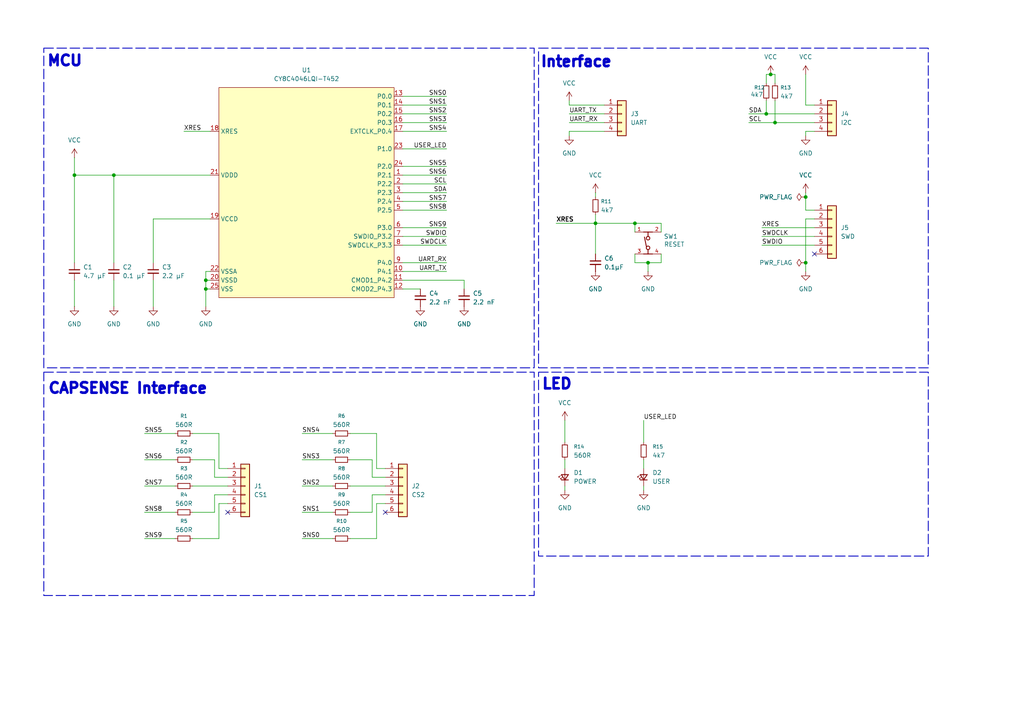
<source format=kicad_sch>
(kicad_sch (version 20250114) (generator "eeschema") (generator_version "9.0")
  (paper "A4")
  (title_block (title "CAPSENSE_Sensor_Hub") (date "2025-08-12") (rev "0") (comment 1 "Marco Roser"))
  (lib_symbols
    (symbol "Connector_Generic:Conn_01x04" (pin_names (offset 1.016) (hide yes))
      (property "Reference" "J" (at 0 5.08 0))
      (property "Value" "Conn_01x04" (at 0 -7.62 0))
      (symbol "Conn_01x04_1_1"
        (rectangle (start -1.27 3.81) (end 1.27 -6.35) (stroke (width 0.254)) (fill (type background)))
        (rectangle (start -1.27 2.667) (end 0 2.413) (stroke (width 0.1524)))
        (rectangle (start -1.27 0.127) (end 0 -0.127) (stroke (width 0.1524)))
        (rectangle (start -1.27 -2.413) (end 0 -2.667) (stroke (width 0.1524)))
        (rectangle (start -1.27 -4.953) (end 0 -5.207) (stroke (width 0.1524)))
        (pin passive line (at -5.08 2.54 0) (length 3.81) (name "Pin_1") (number "1"))
        (pin passive line (at -5.08 0 0) (length 3.81) (name "Pin_2") (number "2"))
        (pin passive line (at -5.08 -2.54 0) (length 3.81) (name "Pin_3") (number "3"))
        (pin passive line (at -5.08 -5.08 0) (length 3.81) (name "Pin_4") (number "4"))
      )
    )
    (symbol "Connector_Generic:Conn_01x06" (pin_names (offset 1.016) (hide yes))
      (property "Reference" "J" (at 0 7.62 0))
      (property "Value" "Conn_01x06" (at 0 -10.16 0))
      (symbol "Conn_01x06_1_1"
        (rectangle (start -1.27 6.35) (end 1.27 -8.89) (stroke (width 0.254)) (fill (type background)))
        (rectangle (start -1.27 5.207) (end 0 4.953) (stroke (width 0.1524)))
        (rectangle (start -1.27 2.667) (end 0 2.413) (stroke (width 0.1524)))
        (rectangle (start -1.27 0.127) (end 0 -0.127) (stroke (width 0.1524)))
        (rectangle (start -1.27 -2.413) (end 0 -2.667) (stroke (width 0.1524)))
        (rectangle (start -1.27 -4.953) (end 0 -5.207) (stroke (width 0.1524)))
        (rectangle (start -1.27 -7.493) (end 0 -7.747) (stroke (width 0.1524)))
        (pin passive line (at -5.08 5.08 0) (length 3.81) (name "Pin_1") (number "1"))
        (pin passive line (at -5.08 2.54 0) (length 3.81) (name "Pin_2") (number "2"))
        (pin passive line (at -5.08 0 0) (length 3.81) (name "Pin_3") (number "3"))
        (pin passive line (at -5.08 -2.54 0) (length 3.81) (name "Pin_4") (number "4"))
        (pin passive line (at -5.08 -5.08 0) (length 3.81) (name "Pin_5") (number "5"))
        (pin passive line (at -5.08 -7.62 0) (length 3.81) (name "Pin_6") (number "6"))
      )
    )
    (symbol "Device:C_Small" (pin_numbers (hide yes)) (pin_names (offset 0.254) (hide yes))
      (property "Reference" "C" (at 0.254 1.778 0))
      (property "Value" "C_Small" (at 0.254 -2.032 0))
      (symbol "C_Small_0_1"
        (polyline (pts (xy -1.524 0.508) (xy 1.524 0.508)) (stroke (width 0.3048)))
        (polyline (pts (xy -1.524 -0.508) (xy 1.524 -0.508)) (stroke (width 0.3302)))
      )
      (symbol "C_Small_1_1"
        (pin passive line (at 0 2.54 270) (length 2.032) (name "~") (number "1"))
        (pin passive line (at 0 -2.54 90) (length 2.032) (name "~") (number "2"))
      )
    )
    (symbol "Device:LED_Small" (pin_numbers (hide yes)) (pin_names (offset 0.254) (hide yes))
      (property "Reference" "D" (at -1.27 3.175 0))
      (property "Value" "LED_Small" (at -4.445 -2.54 0))
      (symbol "LED_Small_0_1"
        (polyline (pts (xy -0.762 -1.016) (xy -0.762 1.016)) (stroke (width 0.254)))
        (polyline (pts (xy 0 0.762) (xy -0.508 1.27) (xy -0.254 1.27) (xy -0.508 1.27) (xy -0.508 1.016)))
        (polyline (pts (xy 0.508 1.27) (xy 0 1.778) (xy 0.254 1.778) (xy 0 1.778) (xy 0 1.524)))
        (polyline (pts (xy 0.762 -1.016) (xy -0.762 0) (xy 0.762 1.016) (xy 0.762 -1.016)) (stroke (width 0.254)))
        (polyline (pts (xy 1.016 0) (xy -0.762 0)))
      )
      (symbol "LED_Small_1_1"
        (pin passive line (at -2.54 0 0) (length 1.778) (name "K") (number "1"))
        (pin passive line (at 2.54 0 180) (length 1.778) (name "A") (number "2"))
      )
    )
    (symbol "Device:R_Small" (pin_numbers (hide yes)) (pin_names (offset 0.254) (hide yes))
      (property "Reference" "R" (at 0 0 90))
      (property "Value" "R_Small" (at 1.778 0 90))
      (symbol "R_Small_0_1"
        (rectangle (start -0.762 1.778) (end 0.762 -1.778) (stroke (width 0.2032)))
      )
      (symbol "R_Small_1_1"
        (pin passive line (at 0 2.54 270) (length 0.762) (name "~") (number "1"))
        (pin passive line (at 0 -2.54 90) (length 0.762) (name "~") (number "2"))
      )
    )
    (symbol "Infineon:434133025816" (pin_names (offset 1.016))
      (property "Reference" "S" (at 0 5.842 0))
      (property "Value" "434133025816" (at 0 -5.08 0))
      (symbol "434133025816_0_0"
        (polyline (pts (xy -1.27 5.08) (xy 0 5.08)) (stroke (width 0.254)))
        (polyline (pts (xy -1.27 -1.27) (xy 0 -1.27)) (stroke (width 0.254)))
        (polyline (pts (xy -0.47 0.816) (xy -1.04 3.626)) (stroke (width 0.254)))
        (polyline (pts (xy 0 5.08) (xy 1.27 5.08)) (stroke (width 0.254)))
        (polyline (pts (xy 0 3.81) (xy 0 5.08)) (stroke (width 0.254)))
        (circle (center 0 3.302) (radius 0.508) (stroke (width 0.254)))
        (circle (center 0 0.508) (radius 0.508) (stroke (width 0.254)))
        (polyline (pts (xy 0 -0.027) (xy 0 -1.27)) (stroke (width 0.254)))
        (polyline (pts (xy 0 -1.27) (xy 1.27 -1.27)) (stroke (width 0.254)))
        (pin passive line (at -3.81 5.08 0) (length 2.54) (name "~") (number "1"))
        (pin passive line (at -3.81 -1.27 0) (length 2.54) (name "~") (number "3"))
        (pin passive line (at 3.81 5.08 180) (length 2.54) (name "~") (number "2"))
        (pin passive line (at 3.81 -1.27 180) (length 2.54) (name "~") (number "4"))
      )
    )
    (symbol "Infineon:CY8C4046LQI-T452"
      (property "Reference" "U" (at 0 26.67 0))
      (property "Value" "CY8C4046LQI-T452" (at 0 -38.1 0))
      (symbol "CY8C4046LQI-T452_1_1"
        (rectangle (start -25.4 25.4) (end 25.4 -35.56) (fill (type background)))
        (pin input line (at -27.94 12.7 0) (length 2.54) (name "XRES") (number "18"))
        (pin input line (at -27.94 0 0) (length 2.54) (name "VDDD") (number "21"))
        (pin input line (at -27.94 -12.7 0) (length 2.54) (name "VCCD") (number "19"))
        (pin input line (at -27.94 -27.94 0) (length 2.54) (name "VSSA") (number "22"))
        (pin input line (at -27.94 -30.48 0) (length 2.54) (name "VSSD") (number "20"))
        (pin input line (at -27.94 -33.02 0) (length 2.54) (name "VSS") (number "25"))
        (pin input line (at 27.94 22.86 180) (length 2.54) (name "P0.0") (number "13"))
        (pin input line (at 27.94 20.32 180) (length 2.54) (name "P0.1") (number "14"))
        (pin input line (at 27.94 17.78 180) (length 2.54) (name "P0.2") (number "15"))
        (pin input line (at 27.94 15.24 180) (length 2.54) (name "P0.3") (number "16"))
        (pin input line (at 27.94 12.7 180) (length 2.54) (name "EXTCLK_P0.4") (number "17"))
        (pin input line (at 27.94 7.62 180) (length 2.54) (name "P1.0") (number "23"))
        (pin input line (at 27.94 2.54 180) (length 2.54) (name "P2.0") (number "24"))
        (pin input line (at 27.94 0 180) (length 2.54) (name "P2.1") (number "1"))
        (pin input line (at 27.94 -2.54 180) (length 2.54) (name "P2.2") (number "2"))
        (pin input line (at 27.94 -5.08 180) (length 2.54) (name "P2.3") (number "3"))
        (pin input line (at 27.94 -7.62 180) (length 2.54) (name "P2.4") (number "4"))
        (pin input line (at 27.94 -10.16 180) (length 2.54) (name "P2.5") (number "5"))
        (pin input line (at 27.94 -15.24 180) (length 2.54) (name "P3.0") (number "6"))
        (pin input line (at 27.94 -17.78 180) (length 2.54) (name "SWDIO_P3.2") (number "7"))
        (pin input line (at 27.94 -20.32 180) (length 2.54) (name "SWDCLK_P3.3") (number "8"))
        (pin input line (at 27.94 -25.4 180) (length 2.54) (name "P4.0") (number "9"))
        (pin input line (at 27.94 -27.94 180) (length 2.54) (name "P4.1") (number "10"))
        (pin input line (at 27.94 -30.48 180) (length 2.54) (name "CMOD1_P4.2") (number "11"))
        (pin input line (at 27.94 -33.02 180) (length 2.54) (name "CMOD2_P4.3") (number "12"))
      )
    )
    (symbol "power:GND" (power) (pin_numbers (hide yes)) (pin_names (offset 0) (hide yes))
      (property "Value" "GND" (at 0 -3.81 0))
      (symbol "GND_0_1"
        (polyline (pts (xy 0 0) (xy 0 -1.27) (xy 1.27 -1.27) (xy 0 -2.54) (xy -1.27 -1.27) (xy 0 -1.27)))
      )
      (symbol "GND_1_1"
        (pin power_in line (at 0 0 270) (length 0) (name "~") (number "1"))
      )
    )
    (symbol "power:PWR_FLAG" (power) (pin_numbers (hide yes)) (pin_names (offset 0) (hide yes))
      (property "Value" "PWR_FLAG" (at 0 3.81 0))
      (symbol "PWR_FLAG_0_0"
        (pin power_out line (at 0 0 90) (length 0) (name "~") (number "1"))
      )
      (symbol "PWR_FLAG_0_1"
        (polyline (pts (xy 0 0) (xy 0 1.27) (xy -1.016 1.905) (xy 0 2.54) (xy 1.016 1.905) (xy 0 1.27)))
      )
    )
    (symbol "power:VCC" (power) (pin_numbers (hide yes)) (pin_names (offset 0) (hide yes))
      (property "Value" "VCC" (at 0 3.556 0))
      (symbol "VCC_0_1"
        (polyline (pts (xy -0.762 1.27) (xy 0 2.54)))
        (polyline (pts (xy 0 2.54) (xy 0.762 1.27)))
        (polyline (pts (xy 0 0) (xy 0 2.54)))
      )
      (symbol "VCC_1_1"
        (pin power_in line (at 0 0 90) (length 0) (name "~") (number "1"))
      )
    )
  )
  (rectangle (start 156.21 107.95) (end 269.24 161.29) (stroke (width 0.254) (type dash)))
  (rectangle (start 156.21 13.97) (end 269.24 106.68) (stroke (width 0.254) (type dash)))
  (rectangle (start 12.7 13.97) (end 154.94 106.68) (stroke (width 0.254) (type dash)))
  (rectangle (start 12.7 107.95) (end 154.94 172.72) (stroke (width 0.254) (type dash)))
  (text "Interface" (at 167.132 18.034 0) (effects (font (size 3.048 3.048) (thickness 1.016) (bold yes))))
  (text "LED" (at 161.544 111.506 0) (effects (font (size 3.048 3.048) (thickness 1.016) (bold yes))))
  (text "MCU" (at 18.796 17.78 0) (effects (font (size 3.048 3.048) (thickness 1.016) (bold yes))))
  (text "CAPSENSE Interface" (at 37.084 112.776 0) (effects (font (size 3.048 3.048) (thickness 1.016) (bold yes))))
  (junction (at 224.79 35.56))
  (junction (at 233.68 57.15))
  (junction (at 223.52 21.59))
  (junction (at 172.72 64.77))
  (junction (at 33.02 50.8))
  (junction (at 21.59 50.8))
  (junction (at 233.68 76.2))
  (junction (at 222.25 33.02))
  (junction (at 184.15 64.77))
  (junction (at 59.69 83.82))
  (junction (at 59.69 81.28))
  (junction (at 187.96 76.2))
  (no_connect (at 236.22 73.66))
  (no_connect (at 66.04 148.59))
  (no_connect (at 111.76 148.59))
  (wire (pts (xy 220.98 71.12) (xy 236.22 71.12)))
  (wire (pts (xy 165.1 35.56) (xy 175.26 35.56)))
  (wire (pts (xy 62.23 143.51) (xy 66.04 143.51)))
  (wire (pts (xy 116.84 76.2) (xy 129.54 76.2)))
  (wire (pts (xy 186.69 140.97) (xy 186.69 142.24)))
  (wire (pts (xy 107.95 143.51) (xy 111.76 143.51)))
  (wire (pts (xy 21.59 45.72) (xy 21.59 50.8)))
  (wire (pts (xy 21.59 50.8) (xy 33.02 50.8)))
  (wire (pts (xy 101.6 148.59) (xy 107.95 148.59)))
  (wire (pts (xy 165.1 33.02) (xy 175.26 33.02)))
  (wire (pts (xy 165.1 38.1) (xy 175.26 38.1)))
  (wire (pts (xy 186.69 133.35) (xy 186.69 135.89)))
  (wire (pts (xy 87.63 133.35) (xy 96.52 133.35)))
  (wire (pts (xy 101.6 133.35) (xy 107.95 133.35)))
  (wire (pts (xy 41.91 156.21) (xy 50.8 156.21)))
  (wire (pts (xy 172.72 64.77) (xy 172.72 73.66)))
  (wire (pts (xy 172.72 62.23) (xy 172.72 64.77)))
  (wire (pts (xy 163.83 140.97) (xy 163.83 142.24)))
  (wire (pts (xy 116.84 35.56) (xy 129.54 35.56)))
  (wire (pts (xy 184.15 64.77) (xy 191.77 64.77)))
  (wire (pts (xy 21.59 81.28) (xy 21.59 88.9)))
  (wire (pts (xy 172.72 64.77) (xy 184.15 64.77)))
  (wire (pts (xy 116.84 30.48) (xy 129.54 30.48)))
  (wire (pts (xy 233.68 21.59) (xy 233.68 30.48)))
  (wire (pts (xy 59.69 81.28) (xy 59.69 78.74)))
  (wire (pts (xy 116.84 48.26) (xy 129.54 48.26)))
  (wire (pts (xy 55.88 125.73) (xy 63.5 125.73)))
  (wire (pts (xy 62.23 148.59) (xy 62.23 143.51)))
  (wire (pts (xy 191.77 73.66) (xy 191.77 76.2)))
  (wire (pts (xy 62.23 138.43) (xy 66.04 138.43)))
  (wire (pts (xy 233.68 30.48) (xy 236.22 30.48)))
  (wire (pts (xy 187.96 76.2) (xy 187.96 78.74)))
  (wire (pts (xy 184.15 76.2) (xy 187.96 76.2)))
  (wire (pts (xy 55.88 133.35) (xy 62.23 133.35)))
  (wire (pts (xy 191.77 76.2) (xy 187.96 76.2)))
  (wire (pts (xy 116.84 81.28) (xy 134.62 81.28)))
  (wire (pts (xy 63.5 156.21) (xy 63.5 146.05)))
  (wire (pts (xy 87.63 148.59) (xy 96.52 148.59)))
  (wire (pts (xy 220.98 68.58) (xy 236.22 68.58)))
  (wire (pts (xy 41.91 140.97) (xy 50.8 140.97)))
  (wire (pts (xy 220.98 66.04) (xy 236.22 66.04)))
  (wire (pts (xy 59.69 78.74) (xy 60.96 78.74)))
  (wire (pts (xy 21.59 76.2) (xy 21.59 50.8)))
  (wire (pts (xy 233.68 39.37) (xy 233.68 38.1)))
  (wire (pts (xy 44.45 76.2) (xy 44.45 63.5)))
  (wire (pts (xy 55.88 156.21) (xy 63.5 156.21)))
  (wire (pts (xy 233.68 55.88) (xy 233.68 57.15)))
  (wire (pts (xy 233.68 63.5) (xy 236.22 63.5)))
  (wire (pts (xy 87.63 140.97) (xy 96.52 140.97)))
  (wire (pts (xy 233.68 63.5) (xy 233.68 76.2)))
  (wire (pts (xy 116.84 50.8) (xy 129.54 50.8)))
  (wire (pts (xy 101.6 125.73) (xy 109.22 125.73)))
  (wire (pts (xy 233.68 57.15) (xy 233.68 60.96)))
  (wire (pts (xy 233.68 38.1) (xy 236.22 38.1)))
  (wire (pts (xy 116.84 43.18) (xy 129.54 43.18)))
  (wire (pts (xy 101.6 140.97) (xy 111.76 140.97)))
  (wire (pts (xy 63.5 125.73) (xy 63.5 135.89)))
  (wire (pts (xy 116.84 27.94) (xy 129.54 27.94)))
  (wire (pts (xy 163.83 133.35) (xy 163.83 135.89)))
  (wire (pts (xy 222.25 24.13) (xy 222.25 21.59)))
  (wire (pts (xy 116.84 66.04) (xy 129.54 66.04)))
  (wire (pts (xy 116.84 38.1) (xy 129.54 38.1)))
  (wire (pts (xy 184.15 64.77) (xy 184.15 67.31)))
  (wire (pts (xy 116.84 83.82) (xy 121.92 83.82)))
  (wire (pts (xy 63.5 135.89) (xy 66.04 135.89)))
  (wire (pts (xy 165.1 29.21) (xy 165.1 30.48)))
  (wire (pts (xy 116.84 78.74) (xy 129.54 78.74)))
  (wire (pts (xy 116.84 68.58) (xy 129.54 68.58)))
  (wire (pts (xy 224.79 21.59) (xy 223.52 21.59)))
  (wire (pts (xy 33.02 50.8) (xy 60.96 50.8)))
  (wire (pts (xy 134.62 81.28) (xy 134.62 83.82)))
  (wire (pts (xy 109.22 156.21) (xy 109.22 146.05)))
  (wire (pts (xy 44.45 81.28) (xy 44.45 88.9)))
  (wire (pts (xy 116.84 60.96) (xy 129.54 60.96)))
  (wire (pts (xy 55.88 140.97) (xy 66.04 140.97)))
  (wire (pts (xy 184.15 73.66) (xy 184.15 76.2)))
  (wire (pts (xy 107.95 133.35) (xy 107.95 138.43)))
  (wire (pts (xy 116.84 71.12) (xy 129.54 71.12)))
  (wire (pts (xy 109.22 135.89) (xy 111.76 135.89)))
  (wire (pts (xy 41.91 125.73) (xy 50.8 125.73)))
  (wire (pts (xy 63.5 146.05) (xy 66.04 146.05)))
  (wire (pts (xy 33.02 76.2) (xy 33.02 50.8)))
  (wire (pts (xy 116.84 55.88) (xy 129.54 55.88)))
  (wire (pts (xy 161.29 64.77) (xy 172.72 64.77)))
  (wire (pts (xy 116.84 53.34) (xy 129.54 53.34)))
  (wire (pts (xy 163.83 121.92) (xy 163.83 128.27)))
  (wire (pts (xy 222.25 29.21) (xy 222.25 33.02)))
  (wire (pts (xy 87.63 156.21) (xy 96.52 156.21)))
  (wire (pts (xy 33.02 81.28) (xy 33.02 88.9)))
  (wire (pts (xy 175.26 30.48) (xy 165.1 30.48)))
  (wire (pts (xy 107.95 138.43) (xy 111.76 138.43)))
  (wire (pts (xy 62.23 133.35) (xy 62.23 138.43)))
  (wire (pts (xy 44.45 63.5) (xy 60.96 63.5)))
  (wire (pts (xy 224.79 35.56) (xy 236.22 35.56)))
  (wire (pts (xy 87.63 125.73) (xy 96.52 125.73)))
  (wire (pts (xy 116.84 33.02) (xy 129.54 33.02)))
  (wire (pts (xy 224.79 29.21) (xy 224.79 35.56)))
  (wire (pts (xy 41.91 148.59) (xy 50.8 148.59)))
  (wire (pts (xy 41.91 133.35) (xy 50.8 133.35)))
  (wire (pts (xy 217.17 33.02) (xy 222.25 33.02)))
  (wire (pts (xy 107.95 148.59) (xy 107.95 143.51)))
  (wire (pts (xy 233.68 60.96) (xy 236.22 60.96)))
  (wire (pts (xy 116.84 58.42) (xy 129.54 58.42)))
  (wire (pts (xy 224.79 24.13) (xy 224.79 21.59)))
  (wire (pts (xy 59.69 81.28) (xy 60.96 81.28)))
  (wire (pts (xy 101.6 156.21) (xy 109.22 156.21)))
  (wire (pts (xy 55.88 148.59) (xy 62.23 148.59)))
  (wire (pts (xy 165.1 39.37) (xy 165.1 38.1)))
  (wire (pts (xy 109.22 125.73) (xy 109.22 135.89)))
  (wire (pts (xy 59.69 88.9) (xy 59.69 83.82)))
  (wire (pts (xy 109.22 146.05) (xy 111.76 146.05)))
  (wire (pts (xy 53.34 38.1) (xy 60.96 38.1)))
  (wire (pts (xy 172.72 55.88) (xy 172.72 57.15)))
  (wire (pts (xy 186.69 121.92) (xy 186.69 128.27)))
  (wire (pts (xy 222.25 33.02) (xy 236.22 33.02)))
  (wire (pts (xy 233.68 78.74) (xy 233.68 76.2)))
  (wire (pts (xy 222.25 21.59) (xy 223.52 21.59)))
  (wire (pts (xy 217.17 35.56) (xy 224.79 35.56)))
  (wire (pts (xy 59.69 83.82) (xy 60.96 83.82)))
  (wire (pts (xy 59.69 83.82) (xy 59.69 81.28)))
  (wire (pts (xy 191.77 67.31) (xy 191.77 64.77)))
  (label "SDA" (at 129.54 55.88 180))
  (label "SNS5" (at 41.91 125.73 0))
  (label "SDA" (at 217.17 33.02 0))
  (label "SNS6" (at 129.54 50.8 180))
  (label "SNS2" (at 87.63 140.97 0))
  (label "SWDCLK" (at 129.54 71.12 180))
  (label "SWDIO" (at 220.98 71.12 0))
  (label "UART_RX" (at 129.54 76.2 180))
  (label "XRES" (at 161.29 64.77 0) (effects (font (thickness 0.254) (bold yes))))
  (label "SNS8" (at 41.91 148.59 0))
  (label "SNS4" (at 87.63 125.73 0))
  (label "SNS9" (at 41.91 156.21 0))
  (label "SNS2" (at 129.54 33.02 180))
  (label "SNS5" (at 129.54 48.26 180))
  (label "SNS6" (at 41.91 133.35 0))
  (label "UART_RX" (at 165.1 35.56 0))
  (label "SNS3" (at 129.54 35.56 180))
  (label "SNS4" (at 129.54 38.1 180))
  (label "XRES" (at 53.34 38.1 0))
  (label "SNS1" (at 129.54 30.48 180))
  (label "USER_LED" (at 186.69 121.92 0))
  (label "XRES" (at 220.98 66.04 0))
  (label "SNS0" (at 87.63 156.21 0))
  (label "SWDIO" (at 129.54 68.58 180))
  (label "SNS1" (at 87.63 148.59 0))
  (label "SNS9" (at 129.54 66.04 180))
  (label "USER_LED" (at 129.54 43.18 180))
  (label "SNS0" (at 129.54 27.94 180))
  (label "SCL" (at 217.17 35.56 0))
  (label "SNS7" (at 129.54 58.42 180))
  (label "SNS8" (at 129.54 60.96 180))
  (label "SNS7" (at 41.91 140.97 0))
  (label "UART_TX" (at 129.54 78.74 180))
  (label "SNS3" (at 87.63 133.35 0))
  (label "SCL" (at 129.54 53.34 180))
  (label "SWDCLK" (at 220.98 68.58 0))
  (label "UART_TX" (at 165.1 33.02 0))
  (symbol (lib_id "Device:C_Small") (at 121.92 86.36 0) (unit 1)
    (property "Reference" "C4" (at 124.46 85.0962 0) (effects (justify left)))
    (property "Value" "2.2 nF" (at 124.46 87.6362 0) (effects (justify left)))
    (property "Footprint" "Capacitor_SMD:C_0603_1608Metric_Pad1.08x0.95mm_HandSolder" (effects (hide yes)))
    (property "Description" "Unpolarized capacitor, small symbol" (effects (hide yes)))
  )
  (symbol (lib_id "power:GND") (at 33.02 88.9 0) (unit 1)
    (property "Reference" "#PWR03" (effects (hide yes)))
    (property "Value" "GND" (at 33.02 93.98 0))
    (property "Description" "Power symbol creates a global label with name \"GND\" , ground" (effects (hide yes)))
  )
  (symbol (lib_id "power:GND") (at 134.62 88.9 0) (unit 1)
    (property "Reference" "#PWR07" (effects (hide yes)))
    (property "Value" "GND" (at 134.62 93.98 0))
    (property "Description" "Power symbol creates a global label with name \"GND\" , ground" (effects (hide yes)))
  )
  (symbol (lib_id "Device:R_Small") (at 53.34 156.21 90) (unit 1)
    (property "Reference" "R5" (at 53.34 151.13 90) (effects (font (size 1.016 1.016))))
    (property "Value" "560R" (at 53.34 153.67 90))
    (property "Footprint" "Resistor_SMD:R_0603_1608Metric_Pad0.98x0.95mm_HandSolder" (effects (hide yes)))
    (property "Description" "Resistor, small symbol" (effects (hide yes)))
  )
  (symbol (lib_id "Device:R_Small") (at 53.34 140.97 90) (unit 1)
    (property "Reference" "R3" (at 53.34 135.89 90) (effects (font (size 1.016 1.016))))
    (property "Value" "560R" (at 53.34 138.43 90))
    (property "Footprint" "Resistor_SMD:R_0603_1608Metric_Pad0.98x0.95mm_HandSolder" (effects (hide yes)))
    (property "Description" "Resistor, small symbol" (effects (hide yes)))
  )
  (symbol (lib_id "Connector_Generic:Conn_01x04") (at 241.3 33.02 0) (unit 1)
    (property "Reference" "J4" (at 243.84 33.0199 0) (effects (justify left)))
    (property "Value" "I2C" (at 243.84 35.5599 0) (effects (justify left)))
    (property "Footprint" "Wuerth_parts:61000418321_5pins" (effects (hide yes)))
    (property "Description" "Generic connector, single row, 01x04, script generated (kicad-library-utils/schlib/autogen/connector/)" (effects (hide yes)))
  )
  (symbol (lib_id "power:GND") (at 165.1 39.37 0) (unit 1)
    (property "Reference" "#PWR09" (effects (hide yes)))
    (property "Value" "GND" (at 165.1 44.45 0))
    (property "Description" "Power symbol creates a global label with name \"GND\" , ground" (effects (hide yes)))
  )
  (symbol (lib_id "power:GND") (at 186.69 142.24 0) (unit 1)
    (property "Reference" "#PWR020" (effects (hide yes)))
    (property "Value" "GND" (at 186.69 147.32 0))
    (property "Description" "Power symbol creates a global label with name \"GND\" , ground" (effects (hide yes)))
  )
  (symbol (lib_id "power:GND") (at 233.68 39.37 0) (unit 1)
    (property "Reference" "#PWR017" (effects (hide yes)))
    (property "Value" "GND" (at 233.68 44.45 0))
    (property "Description" "Power symbol creates a global label with name \"GND\" , ground" (effects (hide yes)))
  )
  (symbol (lib_id "Device:LED_Small") (at 163.83 138.43 90) (unit 1)
    (property "Reference" "D1" (at 166.37 137.0964 90) (effects (justify right)))
    (property "Value" "POWER" (at 166.37 139.6364 90) (effects (justify right)))
    (property "Footprint" "LED_SMD:LED_0603_1608Metric_Pad1.05x0.95mm_HandSolder" (effects (hide yes)))
    (property "Description" "Light emitting diode, small symbol" (effects (hide yes)))
    (property "Sim.Pin" "1=K 2=A" (effects (hide yes)))
  )
  (symbol (lib_id "Device:C_Small") (at 134.62 86.36 0) (unit 1)
    (property "Reference" "C5" (at 137.16 85.0962 0) (effects (justify left)))
    (property "Value" "2.2 nF" (at 137.16 87.6362 0) (effects (justify left)))
    (property "Footprint" "Capacitor_SMD:C_0603_1608Metric_Pad1.08x0.95mm_HandSolder" (effects (hide yes)))
    (property "Description" "Unpolarized capacitor, small symbol" (effects (hide yes)))
  )
  (symbol (lib_id "Device:R_Small") (at 172.72 59.69 0) (unit 1)
    (property "Reference" "R11" (at 174.244 58.42 0) (effects (font (size 1.016 1.016)) (justify left)))
    (property "Value" "4k7" (at 174.244 60.96 0) (effects (justify left)))
    (property "Footprint" "Resistor_SMD:R_0603_1608Metric_Pad0.98x0.95mm_HandSolder" (effects (hide yes)))
    (property "Description" "Resistor, small symbol" (effects (hide yes)))
  )
  (symbol (lib_id "Connector_Generic:Conn_01x06") (at 71.12 140.97 0) (unit 1)
    (property "Reference" "J1" (at 73.66 140.9699 0) (effects (justify left)))
    (property "Value" "CS1" (at 73.66 143.5099 0) (effects (justify left)))
    (property "Footprint" "Wuerth_parts:61000618321_6pins" (effects (hide yes)))
    (property "Description" "Generic connector, single row, 01x06, script generated (kicad-library-utils/schlib/autogen/connector/)" (effects (hide yes)))
  )
  (symbol (lib_id "power:VCC") (at 21.59 45.72 0) (unit 1)
    (property "Reference" "#PWR01" (effects (hide yes)))
    (property "Value" "VCC" (at 21.59 40.64 0))
    (property "Description" "Power symbol creates a global label with name \"VCC\"" (effects (hide yes)))
  )
  (symbol (lib_id "power:GND") (at 59.69 88.9 0) (unit 1)
    (property "Reference" "#PWR05" (effects (hide yes)))
    (property "Value" "GND" (at 59.69 93.98 0))
    (property "Description" "Power symbol creates a global label with name \"GND\" , ground" (effects (hide yes)))
  )
  (symbol (lib_id "Device:R_Small") (at 224.79 26.67 0) (unit 1)
    (property "Reference" "R13" (at 226.314 25.4 0) (effects (font (size 1.016 1.016)) (justify left)))
    (property "Value" "4k7" (at 226.314 27.94 0) (effects (justify left)))
    (property "Footprint" "Resistor_SMD:R_0603_1608Metric_Pad0.98x0.95mm_HandSolder" (effects (hide yes)))
    (property "Description" "Resistor, small symbol" (effects (hide yes)))
  )
  (symbol (lib_id "Infineon:CY8C4046LQI-T452") (at 88.9 50.8 0) (unit 1)
    (property "Reference" "U1" (at 88.9 20.32 0))
    (property "Value" "CY8C4046LQI-T452" (at 88.9 22.86 0))
    (property "Footprint" "Package_DFN_QFN:QFN-24-1EP_4x4mm_P0.5mm_EP2.65x2.65mm" (effects (hide yes)))
  )
  (symbol (lib_id "power:GND") (at 233.68 78.74 0) (unit 1)
    (property "Reference" "#PWR019" (effects (hide yes)))
    (property "Value" "GND" (at 233.68 83.82 0))
    (property "Description" "Power symbol creates a global label with name \"GND\" , ground" (effects (hide yes)))
  )
  (symbol (lib_id "power:VCC") (at 172.72 55.88 0) (unit 1)
    (property "Reference" "#PWR010" (effects (hide yes)))
    (property "Value" "VCC" (at 172.72 50.8 0))
    (property "Description" "Power symbol creates a global label with name \"VCC\"" (effects (hide yes)))
  )
  (symbol (lib_id "power:GND") (at 21.59 88.9 0) (unit 1)
    (property "Reference" "#PWR02" (effects (hide yes)))
    (property "Value" "GND" (at 21.59 93.98 0))
    (property "Description" "Power symbol creates a global label with name \"GND\" , ground" (effects (hide yes)))
  )
  (symbol (lib_id "Connector_Generic:Conn_01x04") (at 180.34 33.02 0) (unit 1)
    (property "Reference" "J3" (at 182.88 33.0199 0) (effects (justify left)))
    (property "Value" "UART" (at 182.88 35.5599 0) (effects (justify left)))
    (property "Footprint" "Wuerth_parts:61000418321_5pins" (effects (hide yes)))
    (property "Description" "Generic connector, single row, 01x04, script generated (kicad-library-utils/schlib/autogen/connector/)" (effects (hide yes)))
  )
  (symbol (lib_id "Device:R_Small") (at 99.06 156.21 90) (unit 1)
    (property "Reference" "R10" (at 99.06 151.13 90) (effects (font (size 1.016 1.016))))
    (property "Value" "560R" (at 99.06 153.67 90))
    (property "Footprint" "Resistor_SMD:R_0603_1608Metric_Pad0.98x0.95mm_HandSolder" (effects (hide yes)))
    (property "Description" "Resistor, small symbol" (effects (hide yes)))
  )
  (symbol (lib_id "power:VCC") (at 163.83 121.92 0) (unit 1)
    (property "Reference" "#PWR014" (effects (hide yes)))
    (property "Value" "VCC" (at 163.83 116.84 0))
    (property "Description" "Power symbol creates a global label with name \"VCC\"" (effects (hide yes)))
  )
  (symbol (lib_id "power:VCC") (at 233.68 55.88 0) (unit 1)
    (property "Reference" "#PWR018" (effects (hide yes)))
    (property "Value" "VCC" (at 233.68 50.8 0))
    (property "Description" "Power symbol creates a global label with name \"VCC\"" (effects (hide yes)))
  )
  (symbol (lib_id "power:PWR_FLAG") (at 233.68 76.2 90) (unit 1)
    (property "Reference" "#FLG02" (effects (hide yes)))
    (property "Value" "PWR_FLAG" (at 229.87 76.1999 90) (effects (justify left)))
    (property "Description" "Special symbol for telling ERC where power comes from" (effects (hide yes)))
  )
  (symbol (lib_id "power:VCC") (at 165.1 29.21 0) (unit 1)
    (property "Reference" "#PWR08" (effects (hide yes)))
    (property "Value" "VCC" (at 165.1 24.13 0))
    (property "Description" "Power symbol creates a global label with name \"VCC\"" (effects (hide yes)))
  )
  (symbol (lib_id "power:VCC") (at 223.52 21.59 0) (unit 1)
    (property "Reference" "#PWR013" (effects (hide yes)))
    (property "Value" "VCC" (at 223.52 16.51 0))
    (property "Description" "Power symbol creates a global label with name \"VCC\"" (effects (hide yes)))
  )
  (symbol (lib_id "Infineon:434133025816") (at 187.96 72.39 0) (unit 1)
    (property "Reference" "SW1" (at 194.564 68.58 0))
    (property "Value" "RESET" (at 195.58 70.866 0))
    (property "Footprint" "Wuerth_parts:434133025816" (effects (hide yes)))
    (property "MF" "Würth Elektronik" (effects (hide yes)))
    (property "Description_1" "Tactile Switch SPST-NO Top Actuated Surface Mount" (effects (hide yes)))
    (property "Package" "None" (effects (hide yes)))
    (property "Price" "None" (effects (hide yes)))
    (property "SnapEDA_Link" "https://www.snapeda.com/parts/434133025816/W%25C3%25BCrth+Elektronik+Midcom/view-part/?ref=snap" (effects (hide yes)))
    (property "MP" "434133025816" (effects (hide yes)))
    (property "Availability" "In Stock" (effects (hide yes)))
    (property "Check_prices" "https://www.snapeda.com/parts/434133025816/W%25C3%25BCrth+Elektronik+Midcom/view-part/?ref=eda" (effects (hide yes)))
  )
  (symbol (lib_id "Device:C_Small") (at 44.45 78.74 0) (unit 1)
    (property "Reference" "C3" (at 46.99 77.4762 0) (effects (justify left)))
    (property "Value" "2.2 µF" (at 46.99 80.0162 0) (effects (justify left)))
    (property "Footprint" "Capacitor_SMD:C_0603_1608Metric_Pad1.08x0.95mm_HandSolder" (effects (hide yes)))
    (property "Description" "Unpolarized capacitor, small symbol" (effects (hide yes)))
  )
  (symbol (lib_id "Connector_Generic:Conn_01x06") (at 116.84 140.97 0) (unit 1)
    (property "Reference" "J2" (at 119.38 140.9699 0) (effects (justify left)))
    (property "Value" "CS2" (at 119.38 143.5099 0) (effects (justify left)))
    (property "Footprint" "Wuerth_parts:61000618321_6pins" (effects (hide yes)))
    (property "Description" "Generic connector, single row, 01x06, script generated (kicad-library-utils/schlib/autogen/connector/)" (effects (hide yes)))
  )
  (symbol (lib_id "Device:C_Small") (at 33.02 78.74 0) (unit 1)
    (property "Reference" "C2" (at 35.56 77.4762 0) (effects (justify left)))
    (property "Value" "0.1 µF" (at 35.56 80.0162 0) (effects (justify left)))
    (property "Footprint" "Capacitor_SMD:C_0603_1608Metric_Pad1.08x0.95mm_HandSolder" (effects (hide yes)))
    (property "Description" "Unpolarized capacitor, small symbol" (effects (hide yes)))
  )
  (symbol (lib_id "power:GND") (at 44.45 88.9 0) (unit 1)
    (property "Reference" "#PWR04" (effects (hide yes)))
    (property "Value" "GND" (at 44.45 93.98 0))
    (property "Description" "Power symbol creates a global label with name \"GND\" , ground" (effects (hide yes)))
  )
  (symbol (lib_id "Device:R_Small") (at 186.69 130.81 0) (unit 1)
    (property "Reference" "R15" (at 189.23 129.5399 0) (effects (font (size 1.016 1.016)) (justify left)))
    (property "Value" "4k7" (at 189.23 132.0799 0) (effects (justify left)))
    (property "Footprint" "Resistor_SMD:R_0603_1608Metric_Pad0.98x0.95mm_HandSolder" (effects (hide yes)))
    (property "Description" "Resistor, small symbol" (effects (hide yes)))
  )
  (symbol (lib_id "Device:R_Small") (at 53.34 133.35 90) (unit 1)
    (property "Reference" "R2" (at 53.34 128.27 90) (effects (font (size 1.016 1.016))))
    (property "Value" "560R" (at 53.34 130.81 90))
    (property "Footprint" "Resistor_SMD:R_0603_1608Metric_Pad0.98x0.95mm_HandSolder" (effects (hide yes)))
    (property "Description" "Resistor, small symbol" (effects (hide yes)))
  )
  (symbol (lib_id "Device:R_Small") (at 53.34 125.73 90) (unit 1)
    (property "Reference" "R1" (at 53.34 120.65 90) (effects (font (size 1.016 1.016))))
    (property "Value" "560R" (at 53.34 123.19 90))
    (property "Footprint" "Resistor_SMD:R_0603_1608Metric_Pad0.98x0.95mm_HandSolder" (effects (hide yes)))
    (property "Description" "Resistor, small symbol" (effects (hide yes)))
  )
  (symbol (lib_id "Device:R_Small") (at 99.06 140.97 90) (unit 1)
    (property "Reference" "R8" (at 99.06 135.89 90) (effects (font (size 1.016 1.016))))
    (property "Value" "560R" (at 99.06 138.43 90))
    (property "Footprint" "Resistor_SMD:R_0603_1608Metric_Pad0.98x0.95mm_HandSolder" (effects (hide yes)))
    (property "Description" "Resistor, small symbol" (effects (hide yes)))
  )
  (symbol (lib_id "Device:R_Small") (at 53.34 148.59 90) (unit 1)
    (property "Reference" "R4" (at 53.34 143.51 90) (effects (font (size 1.016 1.016))))
    (property "Value" "560R" (at 53.34 146.05 90))
    (property "Footprint" "Resistor_SMD:R_0603_1608Metric_Pad0.98x0.95mm_HandSolder" (effects (hide yes)))
    (property "Description" "Resistor, small symbol" (effects (hide yes)))
  )
  (symbol (lib_id "Device:R_Small") (at 163.83 130.81 0) (unit 1)
    (property "Reference" "R14" (at 166.37 129.5399 0) (effects (font (size 1.016 1.016)) (justify left)))
    (property "Value" "560R" (at 166.37 132.0799 0) (effects (justify left)))
    (property "Footprint" "Resistor_SMD:R_0603_1608Metric_Pad0.98x0.95mm_HandSolder" (effects (hide yes)))
    (property "Description" "Resistor, small symbol" (effects (hide yes)))
  )
  (symbol (lib_id "Device:C_Small") (at 172.72 76.2 0) (unit 1)
    (property "Reference" "C6" (at 175.26 74.9362 0) (effects (justify left)))
    (property "Value" "0.1µF" (at 175.26 77.4762 0) (effects (justify left)))
    (property "Footprint" "Capacitor_SMD:C_0603_1608Metric_Pad1.08x0.95mm_HandSolder" (effects (hide yes)))
    (property "Description" "Unpolarized capacitor, small symbol" (effects (hide yes)))
  )
  (symbol (lib_id "power:GND") (at 163.83 142.24 0) (unit 1)
    (property "Reference" "#PWR015" (effects (hide yes)))
    (property "Value" "GND" (at 163.83 147.32 0))
    (property "Description" "Power symbol creates a global label with name \"GND\" , ground" (effects (hide yes)))
  )
  (symbol (lib_id "Device:R_Small") (at 222.25 26.67 0) (unit 1)
    (property "Reference" "R12" (at 218.694 25.4 0) (effects (font (size 1.016 1.016)) (justify left)))
    (property "Value" "4k7" (at 217.678 27.432 0) (effects (justify left)))
    (property "Footprint" "Resistor_SMD:R_0603_1608Metric_Pad0.98x0.95mm_HandSolder" (effects (hide yes)))
    (property "Description" "Resistor, small symbol" (effects (hide yes)))
  )
  (symbol (lib_id "Device:LED_Small") (at 186.69 138.43 90) (unit 1)
    (property "Reference" "D2" (at 189.23 137.0964 90) (effects (justify right)))
    (property "Value" "USER" (at 189.23 139.6364 90) (effects (justify right)))
    (property "Footprint" "LED_SMD:LED_0603_1608Metric_Pad1.05x0.95mm_HandSolder" (effects (hide yes)))
    (property "Description" "Light emitting diode, small symbol" (effects (hide yes)))
    (property "Sim.Pin" "1=K 2=A" (effects (hide yes)))
  )
  (symbol (lib_id "power:GND") (at 187.96 78.74 0) (unit 1)
    (property "Reference" "#PWR012" (effects (hide yes)))
    (property "Value" "GND" (at 187.96 83.82 0))
    (property "Description" "Power symbol creates a global label with name \"GND\" , ground" (effects (hide yes)))
  )
  (symbol (lib_id "power:GND") (at 121.92 88.9 0) (unit 1)
    (property "Reference" "#PWR06" (effects (hide yes)))
    (property "Value" "GND" (at 121.92 93.98 0))
    (property "Description" "Power symbol creates a global label with name \"GND\" , ground" (effects (hide yes)))
  )
  (symbol (lib_id "Device:R_Small") (at 99.06 133.35 90) (unit 1)
    (property "Reference" "R7" (at 99.06 128.27 90) (effects (font (size 1.016 1.016))))
    (property "Value" "560R" (at 99.06 130.81 90))
    (property "Footprint" "Resistor_SMD:R_0603_1608Metric_Pad0.98x0.95mm_HandSolder" (effects (hide yes)))
    (property "Description" "Resistor, small symbol" (effects (hide yes)))
  )
  (symbol (lib_id "Device:R_Small") (at 99.06 125.73 90) (unit 1)
    (property "Reference" "R6" (at 99.06 120.65 90) (effects (font (size 1.016 1.016))))
    (property "Value" "560R" (at 99.06 123.19 90))
    (property "Footprint" "Resistor_SMD:R_0603_1608Metric_Pad0.98x0.95mm_HandSolder" (effects (hide yes)))
    (property "Description" "Resistor, small symbol" (effects (hide yes)))
  )
  (symbol (lib_id "Connector_Generic:Conn_01x06") (at 241.3 66.04 0) (unit 1)
    (property "Reference" "J5" (at 243.84 66.0399 0) (effects (justify left)))
    (property "Value" "SWD" (at 243.84 68.5799 0) (effects (justify left)))
    (property "Footprint" "Wuerth_parts:61000618321_6pins" (effects (hide yes)))
    (property "Description" "Generic connector, single row, 01x06, script generated (kicad-library-utils/schlib/autogen/connector/)" (effects (hide yes)))
  )
  (symbol (lib_id "Device:R_Small") (at 99.06 148.59 90) (unit 1)
    (property "Reference" "R9" (at 99.06 143.51 90) (effects (font (size 1.016 1.016))))
    (property "Value" "560R" (at 99.06 146.05 90))
    (property "Footprint" "Resistor_SMD:R_0603_1608Metric_Pad0.98x0.95mm_HandSolder" (effects (hide yes)))
    (property "Description" "Resistor, small symbol" (effects (hide yes)))
  )
  (symbol (lib_id "power:VCC") (at 233.68 21.59 0) (unit 1)
    (property "Reference" "#PWR016" (effects (hide yes)))
    (property "Value" "VCC" (at 233.68 16.51 0))
    (property "Description" "Power symbol creates a global label with name \"VCC\"" (effects (hide yes)))
  )
  (symbol (lib_id "power:PWR_FLAG") (at 233.68 57.15 90) (unit 1)
    (property "Reference" "#FLG01" (effects (hide yes)))
    (property "Value" "PWR_FLAG" (at 229.87 57.1499 90) (effects (justify left)))
    (property "Description" "Special symbol for telling ERC where power comes from" (effects (hide yes)))
  )
  (symbol (lib_id "power:GND") (at 172.72 78.74 0) (unit 1)
    (property "Reference" "#PWR011" (effects (hide yes)))
    (property "Value" "GND" (at 172.72 83.82 0))
    (property "Description" "Power symbol creates a global label with name \"GND\" , ground" (effects (hide yes)))
  )
  (symbol (lib_id "Device:C_Small") (at 21.59 78.74 0) (unit 1)
    (property "Reference" "C1" (at 24.13 77.4762 0) (effects (justify left)))
    (property "Value" "4.7 µF" (at 24.13 80.0162 0) (effects (justify left)))
    (property "Footprint" "Capacitor_SMD:C_0805_2012Metric_Pad1.18x1.45mm_HandSolder" (effects (hide yes)))
    (property "Description" "Unpolarized capacitor, small symbol" (effects (hide yes)))
  )
)
</source>
